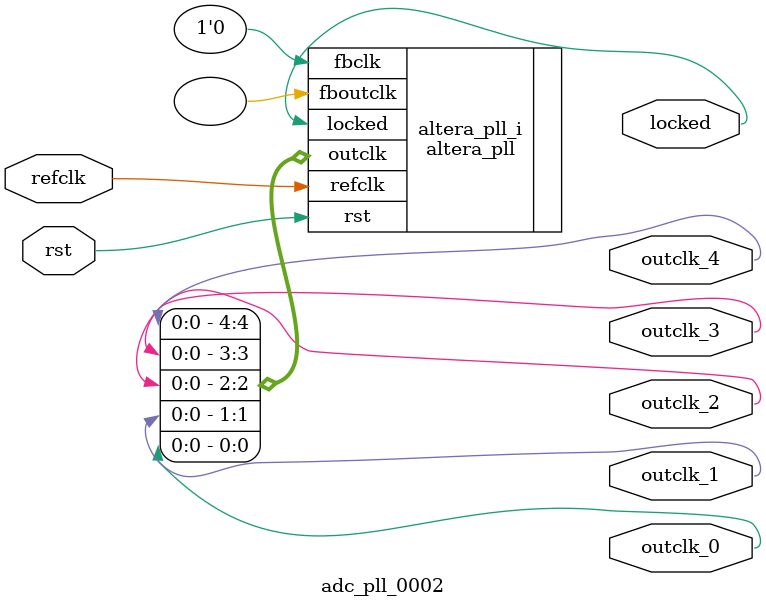
<source format=v>
`timescale 1ns/10ps
module  adc_pll_0002(

	// interface 'refclk'
	input wire refclk,

	// interface 'reset'
	input wire rst,

	// interface 'outclk0'
	output wire outclk_0,

	// interface 'outclk1'
	output wire outclk_1,

	// interface 'outclk2'
	output wire outclk_2,

	// interface 'outclk3'
	output wire outclk_3,

	// interface 'outclk4'
	output wire outclk_4,

	// interface 'locked'
	output wire locked
);

	altera_pll #(
		.fractional_vco_multiplier("false"),
		.reference_clock_frequency("50.0 MHz"),
		.operation_mode("direct"),
		.number_of_clocks(5),
		.output_clock_frequency0("40.000000 MHz"),
		.phase_shift0("0 ps"),
		.duty_cycle0(50),
		.output_clock_frequency1("40.000000 MHz"),
		.phase_shift1("6250 ps"),
		.duty_cycle1(50),
		.output_clock_frequency2("40.000000 MHz"),
		.phase_shift2("12500 ps"),
		.duty_cycle2(50),
		.output_clock_frequency3("40.000000 MHz"),
		.phase_shift3("18750 ps"),
		.duty_cycle3(50),
		.output_clock_frequency4("100.000000 MHz"),
		.phase_shift4("0 ps"),
		.duty_cycle4(50),
		.output_clock_frequency5("0 MHz"),
		.phase_shift5("0 ps"),
		.duty_cycle5(50),
		.output_clock_frequency6("0 MHz"),
		.phase_shift6("0 ps"),
		.duty_cycle6(50),
		.output_clock_frequency7("0 MHz"),
		.phase_shift7("0 ps"),
		.duty_cycle7(50),
		.output_clock_frequency8("0 MHz"),
		.phase_shift8("0 ps"),
		.duty_cycle8(50),
		.output_clock_frequency9("0 MHz"),
		.phase_shift9("0 ps"),
		.duty_cycle9(50),
		.output_clock_frequency10("0 MHz"),
		.phase_shift10("0 ps"),
		.duty_cycle10(50),
		.output_clock_frequency11("0 MHz"),
		.phase_shift11("0 ps"),
		.duty_cycle11(50),
		.output_clock_frequency12("0 MHz"),
		.phase_shift12("0 ps"),
		.duty_cycle12(50),
		.output_clock_frequency13("0 MHz"),
		.phase_shift13("0 ps"),
		.duty_cycle13(50),
		.output_clock_frequency14("0 MHz"),
		.phase_shift14("0 ps"),
		.duty_cycle14(50),
		.output_clock_frequency15("0 MHz"),
		.phase_shift15("0 ps"),
		.duty_cycle15(50),
		.output_clock_frequency16("0 MHz"),
		.phase_shift16("0 ps"),
		.duty_cycle16(50),
		.output_clock_frequency17("0 MHz"),
		.phase_shift17("0 ps"),
		.duty_cycle17(50),
		.pll_type("General"),
		.pll_subtype("General")
	) altera_pll_i (
		.rst	(rst),
		.outclk	({outclk_4, outclk_3, outclk_2, outclk_1, outclk_0}),
		.locked	(locked),
		.fboutclk	( ),
		.fbclk	(1'b0),
		.refclk	(refclk)
	);
endmodule


</source>
